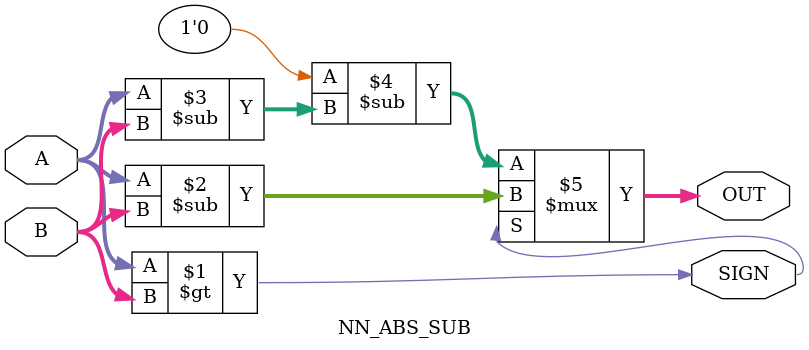
<source format=v>
module NN_ABS_SUB(A,B,OUT,SIGN);

parameter NB = 16;

input [NB-1:0] A,B;

output [NB-1:0] OUT;
output SIGN;


assign SIGN = A>B;

assign OUT = (SIGN) ? (A-B) : (1'b0 - (A-B));


endmodule
</source>
